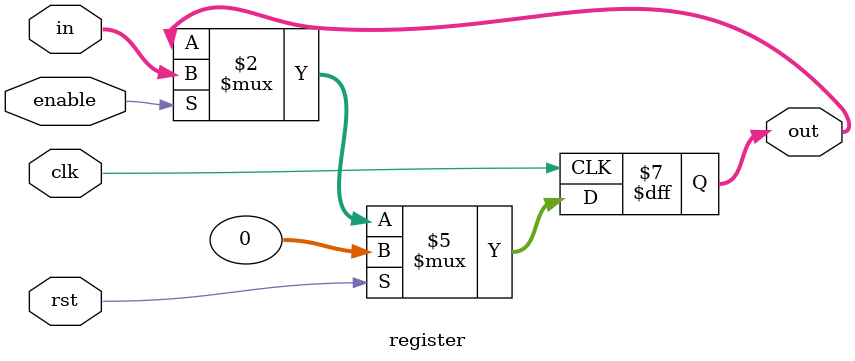
<source format=sv>
`timescale 1ns / 1ps

module register
	#(parameter prova = "trovami" )
    (
		output reg [31:0] out,  // Output of the counter
		input wire [31:0] in,
		input wire clk,  // clock Input
		input wire enable, // clock Input
		input wire rst  // clock Input
    );

	always @(posedge clk)
      if (rst) begin
         out <= 32'b0;
      end else if (enable) begin
         out<= in;
      end
	/*ila_0 ILA_inst (
    .clk(clk),
    .probe0(clk), // input [0 : 0] PROBE0
    .probe1(reset), // input [0 : 0] PROBE1
    .probe2(enable), // input [0 : 0] PROBE2
    .probe3(out[0]), // input [0 : 0] PROBE3
    .probe4(out[1]), // input [0 : 0] PROBE4
    .probe5(out[2]), // input [0 : 0] PROBE5
    .probe6(out[3]), // input [0 : 0] PROBE6
    .probe7(out[4]),
    .probe8(out[5]),
    .probe9(out[6]),
    .probe10(out[7]),
    .probe11(out[8]),
    .probe12(out[9]),
    .probe13(out[10]),
    .probe14(out[11]),
    .probe15(out[12]),
    .probe16(out[13]),
    .probe17(out[14]),
    .probe18(out[15]),
    .probe19(out[16]),
    .probe20(out)
 );*/
endmodule
</source>
